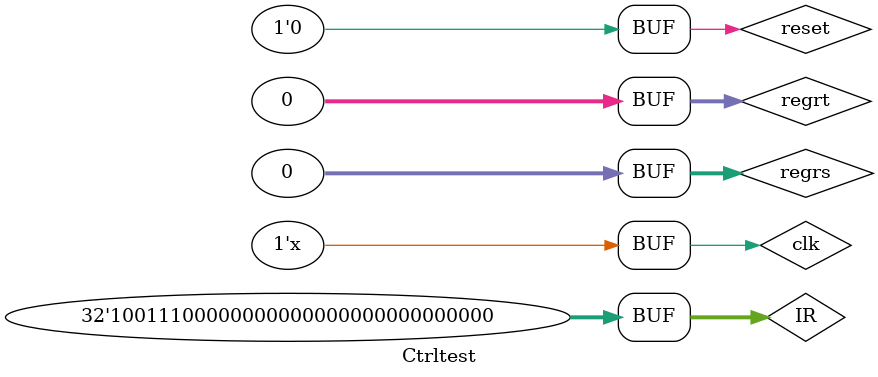
<source format=v>
`timescale 1ps / 1ps


module Ctrltest;

	// Inputs
	reg reset;
	reg [31:0] IR;
	reg clk;
	reg [31:0] regrs;
	reg [31:0] regrt;

	// Outputs
	wire IR_DR;
	wire MemWrite;
	wire [5:0] funct;
	wire [4:0] rout1;
	wire [4:0] rout2;
	wire [4:0] rin;
	wire [31:0] imm;
	wire addr_mux;
	wire Din_mux;
	wire AddrOrData_mux;
	wire MemOrReg_mux;
	wire Store_mux;
	wire imm_mux;
	wire PCcount;
	wire RegWrite;
	wire [31:0] addr_imm;
	wire [5:0] stage;

	// Instantiate the Unit Under Test (UUT)
	ControlBlock uut (
		.reset(reset), 
		.IR(IR), 
		.clk(clk), 
		.regrs(regrs), 
		.regrt(regrt), 
		.IR_DR(IR_DR), 
		.MemWrite(MemWrite), 
		.funct(funct), 
		.rout1(rout1), 
		.rout2(rout2), 
		.rin(rin), 
		.imm(imm), 
		.addr_mux(addr_mux), 
		.Din_mux(Din_mux), 
		.AddrOrData_mux(AddrOrData_mux), 
		.MemOrReg_mux(MemOrReg_mux), 
		.Store_mux(Store_mux), 
		.imm_mux(imm_mux), 
		.PCcount(PCcount), 
		.RegWrite(RegWrite), 
		.addr_imm(addr_imm), 
		.stage(stage)
	);

	initial begin
		// Initialize Inputs
		reset = 0;
		IR = 32'b00100000001000000000000000000011;
		clk = 0;
		regrs = 0;
		regrt = 0;

		// Wait 100 ns for global reset to finish
		#100;
        
		// Add stimulus here
		#200 IR= 32'b10011100000000000000000000000000;
	end
	always #1 clk=~clk;
	
      
endmodule


</source>
